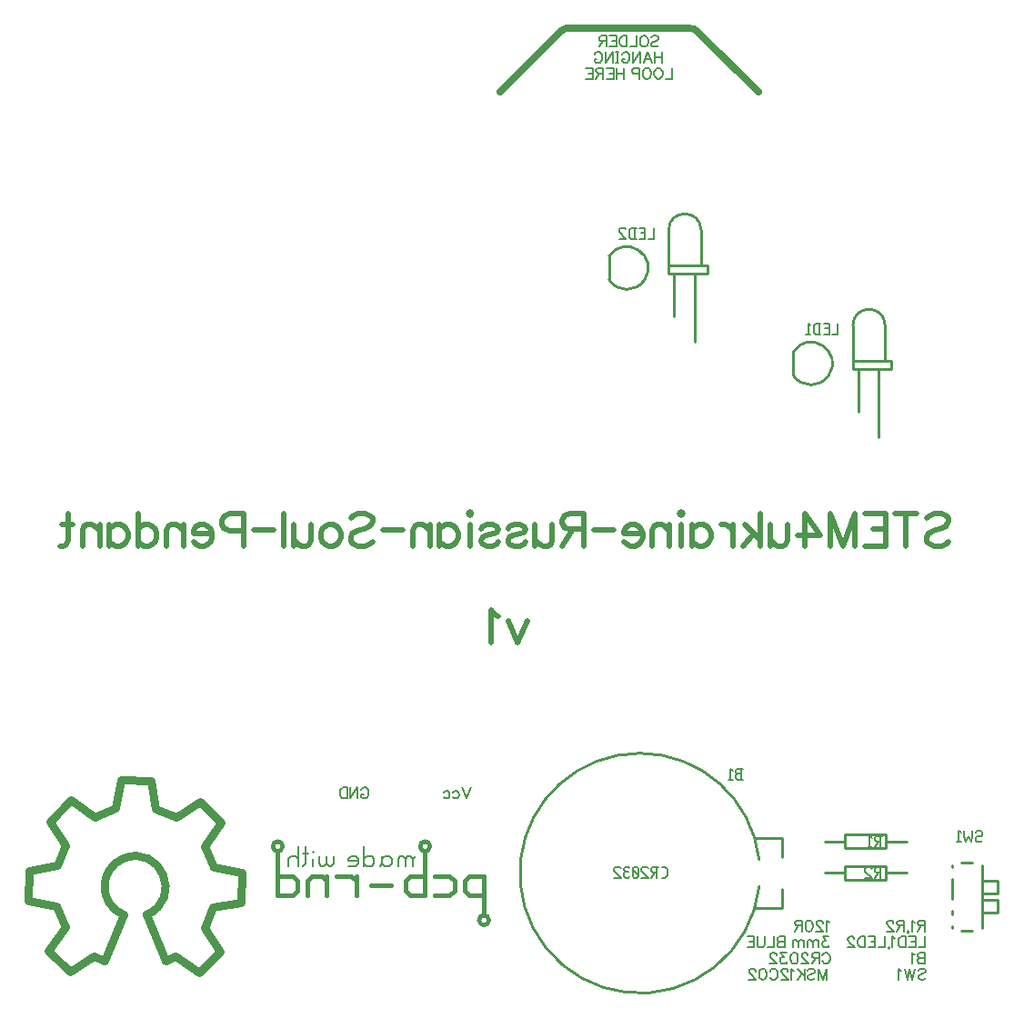
<source format=gbo>
G04 start of page 2 for group 10 layer_idx 5 *
G04 Title: (unknown), bottom_silk *
G04 Creator: pcb-rnd 3.1.5-dev *
G04 CreationDate: 2024-03-25 20:10:40 UTC *
G04 For: STEM4ukraine *
G04 Format: Gerber/RS-274X *
G04 PCB-Dimensions: 362205 393701 *
G04 PCB-Coordinate-Origin: lower left *
%MOIN*%
%FSLAX25Y25*%
%LNBOTTOM_SILK_NONE_10*%
%ADD33C,0.0090*%
%ADD32C,0.0072*%
%ADD31C,0.0070*%
%ADD30C,0.0200*%
%ADD29C,0.0180*%
%ADD28C,0.0300*%
%ADD27C,0.0100*%
%ADD26C,0.0276*%
G54D26*X275591Y330709D02*X253179Y353120D01*
X250256Y354331D02*X206437D01*
X203514Y353120D02*X181102Y330709D01*
G54D27*X220988Y270542D02*Y261860D01*
X257028Y267185D02*Y264035D01*
Y267185D02*X242854D01*
X288488Y235542D02*Y226860D01*
X284449Y57087D02*X274606D01*
X257028Y264035D02*X242854D01*
X252303D02*Y239232D01*
X244823Y264035D02*Y248681D01*
X324528Y232185D02*Y229035D01*
X310354D01*
X324528Y232185D02*X310354D01*
X319803Y229035D02*Y204232D01*
X312323Y229035D02*Y213681D01*
X330000Y55906D02*X322500D01*
X307500D02*X300000D01*
X322500Y58406D02*X307500D01*
X310354Y229035D02*Y245177D01*
X322165Y232185D02*Y245177D01*
X242854Y264035D02*Y280177D01*
X254665Y267185D02*Y280177D01*
X322500Y58406D02*Y53406D01*
Y46988D02*Y41988D01*
X307500Y53406D02*X322500D01*
X307500D02*Y58406D01*
X284449Y57087D02*Y50197D01*
X307500Y44488D02*X300000D01*
X307500Y41988D02*Y46988D01*
X284449Y31496D02*X274606D01*
X284449Y38386D02*Y31496D01*
X330000Y44488D02*X322500D01*
Y46988D02*X307500D01*
Y41988D02*X322500D01*
X357677Y47047D02*Y24213D01*
X363583Y41535D02*Y36811D01*
X357677D01*
X363583Y41535D02*X357677D01*
X363583Y34449D02*Y29724D01*
X357677D01*
X363583Y34449D02*X357677D01*
X346654Y24213D02*Y25000D01*
Y42323D02*Y34843D01*
Y30512D02*Y29331D01*
X350197Y48228D02*X354134D01*
X346654Y46654D02*Y47047D01*
G54D28*X32004Y14006D02*X23263Y8117D01*
X15577Y15938D01*
X21618Y24575D01*
X36019Y12270D02*X32004Y14006D01*
X78497Y15389D02*X70676Y7703D01*
X62040Y13744D01*
X58469Y12270D01*
G54D27*X354134Y23031D02*X350197D01*
G54D28*X42976Y29066D02*X36019Y12270D01*
X51512Y29066D02*X58469Y12270D01*
X72609Y24130D02*X78497Y15389D01*
X21618Y24575D02*X18532Y32211D01*
X75827Y31711D02*X72609Y24130D01*
X18532Y32211D02*X8188Y34228D01*
G54D29*X99543Y43307D02*X104943D01*
Y36107D02*X99543D01*
X106743Y37907D02*X104943Y36107D01*
X106743Y41507D02*X104943Y43307D01*
X106743Y41507D02*Y37907D01*
X110343Y41507D02*X112143Y43307D01*
X110343Y41507D02*Y36107D01*
X115743Y43307D02*X112143D01*
X126543D02*X121143D01*
X128343Y41507D02*X126543Y43307D01*
X128343D02*Y36107D01*
X140943Y39707D02*X133743D01*
X117543Y41507D02*X115743Y43307D01*
X117543D02*Y36107D01*
X146343Y37907D02*X148143Y36107D01*
Y43307D02*X146343Y41507D01*
X148143Y43307D02*X153543D01*
X146343Y37907D02*Y41507D01*
X164343D02*X162543Y43307D01*
X153543Y36107D02*X148143D01*
X162543D02*X157143D01*
X164343Y41507D02*Y37907D01*
X162543Y43307D02*X157143D01*
X169743D02*X167943Y41507D01*
X164343Y37907D02*X162543Y36107D01*
X167943Y41507D02*Y37907D01*
X169743Y36107D02*X167943Y37907D01*
X175143Y43307D02*Y28907D01*
X169743Y36107D02*X175143D01*
Y43307D02*X169743D01*
X153543Y52307D02*Y36107D01*
G54D28*X8188Y34228D02*X8283Y45193D01*
X18661Y47029D01*
X21880Y54611D01*
X15991Y63351D01*
X23812Y71037D01*
X32449Y64997D01*
X40085Y68082D01*
X42102Y78426D01*
X53067Y78331D01*
X54903Y67953D01*
X62485Y64734D01*
X71225Y70623D01*
X78911Y62802D01*
X72871Y54166D01*
X75956Y46529D01*
X86300Y44512D01*
X86205Y33547D01*
X75827Y31711D01*
G54D29*X99543Y36107D02*Y52307D01*
G54D26*X253179Y353120D02*G75*G03X250256Y354331I-2923J-2923D01*G01*
X206437D02*G75*G03X203514Y353120I0J-4134D01*G01*
G54D27*X220988Y270542D02*G75*G02X234012Y261860I6512J-4341D01*G01*
X234012Y261860D02*G75*G02X220988Y261860I-6512J4341D01*G01*
X288488Y235542D02*G75*G02X301512Y226860I6512J-4341D01*G01*
X301512Y226860D02*G75*G02X288488Y226860I-6512J4341D01*G01*
X275997Y39311D02*G75*G02X188570Y49272I-43713J4980D01*G01*
X188570Y49272D02*G75*G02X275997Y49272I43713J-4980D01*G01*
G54D28*X51512Y29066D02*G75*G03X42976Y49674I-4268J10304D01*G01*
X42976Y49674D02*G75*G03X42976Y29066I4268J-10304D01*G01*
G54D29*X101343Y54107D02*G75*G02X97743Y54107I-1800J0D01*G01*
G75*G02X101343Y54107I1800J0D01*G01*
X155343D02*G75*G02X151743Y54107I-1800J0D01*G01*
G75*G02X155343Y54107I1800J0D01*G01*
X176943Y27107D02*G75*G02X173343Y27107I-1800J0D01*G01*
G75*G02X176943Y27107I1800J0D01*G01*
G54D27*X322165Y245177D02*G75*G03X310354Y245177I-5906J0D01*G01*
X254665Y280177D02*G75*G03X242854Y280177I-5906J0D01*G01*
G54D30*X190945Y136702D02*X187519Y128704D01*
X184093Y136702D02*X187519Y128704D01*
X180493Y138418D02*X179353Y138988D01*
X177637Y140701D01*
Y128701D01*
G54D31*X236507Y350790D02*X236888Y351171D01*
X237459Y351362D01*
X238221D01*
X238793Y351171D01*
X239173Y350790D01*
Y350410D01*
X238984Y350028D01*
X238793Y349838D01*
X238411Y349648D01*
X237268Y349267D01*
X236888Y349076D01*
X236698Y348886D01*
X236507Y348505D01*
Y347933D01*
X236888Y347553D01*
X237459Y347362D01*
X238221D01*
X238793Y347553D01*
X239173Y347933D01*
X234165Y351362D02*X234545Y351171D01*
X234927Y350790D01*
X235117Y350410D01*
X235307Y349838D01*
Y348886D01*
X235117Y348313D01*
Y348314D02*X234927Y347933D01*
X234545Y347553D01*
X234165Y347362D01*
X233402D01*
X233022Y347553D01*
X232641Y347933D01*
X232450Y348314D01*
X232261Y348886D01*
Y349838D01*
X232450Y350410D01*
X232641Y350790D01*
X233022Y351171D01*
X233402Y351362D01*
X234165D01*
X231061D02*Y347362D01*
X228776D01*
X227576Y351362D02*Y347362D01*
Y351362D02*X226242D01*
X225671Y351171D01*
X225290Y350790D01*
X225100Y350410D01*
X224910Y349838D01*
Y348885D01*
X225100Y348314D01*
X225290Y347933D01*
X225671Y347553D01*
X226242Y347362D01*
X227576D01*
X223710Y351362D02*Y347362D01*
Y351362D02*X221234D01*
X223710Y349457D02*X222187D01*
X223710Y347362D02*X221234D01*
X220034Y351362D02*Y347362D01*
Y351362D02*X218320D01*
X217749Y351171D01*
X217558Y350981D01*
X217368Y350600D01*
Y350219D01*
X217558Y349838D01*
X217749Y349648D01*
X218320Y349457D01*
X220034D01*
X218701D02*X217368Y347362D01*
X240551Y345457D02*Y341457D01*
X237884D02*Y345457D01*
X240551Y343552D02*X237884D01*
X235160Y345457D02*X236684Y341457D01*
X235160Y345457D02*X233636Y341457D01*
X236112Y342790D02*X234207D01*
X232436Y345457D02*Y341457D01*
Y345457D02*X229770Y341457D01*
Y345457D02*Y341457D01*
X225713Y344505D02*X225904Y344885D01*
X226284Y345266D01*
X226665Y345457D01*
X227427D01*
X227808Y345266D01*
X228189Y344885D01*
X228379Y344505D01*
X228570Y343933D01*
Y342980D01*
X228379Y342409D01*
X228189Y342028D01*
X227808Y341648D01*
X227427Y341457D01*
X226665D01*
X226284Y341648D01*
X225904Y342028D01*
X225713Y342409D01*
Y342980D01*
X226665D02*X225713D01*
X224513Y345457D02*X223513D01*
X224013D02*Y341457D01*
X224513D02*X223513D01*
X222313Y345457D02*Y341457D01*
Y345457D02*X219647Y341457D01*
Y345457D02*Y341457D01*
X215590Y344505D02*X215781Y344885D01*
X216161Y345266D01*
X216542Y345457D01*
X217304D01*
X217685Y345266D01*
X218066Y344885D01*
X218256Y344505D01*
X218447Y343933D01*
Y342980D01*
X218256Y342409D01*
X218066Y342028D01*
X217685Y341648D01*
X217304Y341457D01*
X216542D01*
X216161Y341648D01*
X215781Y342028D01*
X215590Y342409D01*
Y342980D01*
X216542D02*X215590D01*
X244094Y339551D02*Y335551D01*
X241809D01*
X239467Y339551D02*X239847Y339360D01*
X240229Y338979D01*
X240419Y338599D01*
X240609Y338027D01*
Y337075D01*
X240419Y336502D01*
Y336503D02*X240229Y336122D01*
X239847Y335742D01*
X239467Y335551D01*
X238704D01*
X238324Y335742D01*
X237943Y336122D01*
X237752Y336503D01*
X237563Y337075D01*
Y338027D01*
X237752Y338599D01*
X237943Y338979D01*
X238324Y339360D01*
X238704Y339551D01*
X239467D01*
X235221D02*X235601Y339360D01*
X235983Y338979D01*
X236173Y338599D01*
X236363Y338027D01*
Y337075D01*
X236173Y336502D01*
Y336503D02*X235983Y336122D01*
X235601Y335742D01*
X235221Y335551D01*
X234458D01*
X234078Y335742D01*
X233697Y336122D01*
X233506Y336503D01*
X233317Y337075D01*
Y338027D01*
X233506Y338599D01*
X233697Y338979D01*
X234078Y339360D01*
X234458Y339551D01*
X235221D01*
X232117D02*Y335551D01*
Y339551D02*X230403D01*
X229832Y339360D01*
X229641Y339170D01*
X229451Y338789D01*
Y338217D01*
X229641Y337837D01*
X229832Y337646D01*
X230403Y337456D01*
X232117D01*
X226451Y339551D02*Y335551D01*
X223784D02*Y339551D01*
X226451Y337646D02*X223784D01*
X222584Y339551D02*Y335551D01*
Y339551D02*X220108D01*
X222584Y337646D02*X221061D01*
X222584Y335551D02*X220108D01*
X218908Y339551D02*Y335551D01*
Y339551D02*X217194D01*
X216623Y339360D01*
X216432Y339170D01*
X216242Y338789D01*
Y338408D01*
X216432Y338027D01*
X216623Y337837D01*
X217194Y337646D01*
X218908D01*
X217575D02*X216242Y335551D01*
X215042Y339551D02*Y335551D01*
Y339551D02*X212566D01*
X215042Y337646D02*X213519D01*
X215042Y335551D02*X212566D01*
X237343Y280949D02*Y276949D01*
X235343D01*
X234143Y279149D02*X232643D01*
X234143Y276949D02*X232143D01*
X234143Y280949D02*Y276949D01*
Y280949D02*X232143D01*
X230443D02*Y276949D01*
X229143Y280949D02*X228443Y280249D01*
Y277649D01*
X229143Y276949D02*X228443Y277649D01*
X230943Y276949D02*X229143D01*
X230943Y280949D02*X229143D01*
X227243Y280449D02*X226743Y280949D01*
X225243D01*
X224743Y280449D01*
Y279449D01*
X227243Y276949D02*X224743Y279449D01*
X227243Y276949D02*X224743D01*
X304843Y245949D02*Y241949D01*
X302843D01*
X301643Y244149D02*X300143D01*
X301643Y241949D02*X299643D01*
X301643Y245949D02*Y241949D01*
Y245949D02*X299643D01*
X297943D02*Y241949D01*
X296643Y245949D02*X295943Y245249D01*
Y242649D01*
X296643Y241949D02*X295943Y242649D01*
X298443Y241949D02*X296643D01*
X298443Y245949D02*X296643D01*
X294743Y245149D02*X293943Y245949D01*
Y241949D01*
X294743D02*X293243D01*
X336811Y15142D02*Y11142D01*
Y15142D02*X335097D01*
X334526Y14951D01*
X334335Y14761D01*
X334145Y14379D01*
Y13999D01*
X334335Y13618D01*
X334526Y13427D01*
X335097Y13237D01*
X336811D02*X335097D01*
X334526Y13047D01*
X334335Y12856D01*
X334145Y12475D01*
Y11904D01*
X334335Y11522D01*
X334526Y11333D01*
X335097Y11142D01*
X336811D01*
X332945Y14381D02*X332565Y14571D01*
X331993Y15142D01*
Y11142D01*
X299136Y14190D02*X299327Y14570D01*
X299708Y14951D01*
X300088Y15142D01*
X300851D01*
X301231Y14951D01*
X301613Y14570D01*
X301803Y14190D01*
X301993Y13618D01*
Y12665D01*
X301803Y12094D01*
X301613Y11713D01*
X301231Y11333D01*
X300851Y11142D01*
X300088D01*
X299708Y11333D01*
X299327Y11713D01*
X299136Y12094D01*
X297936Y15142D02*Y11142D01*
Y15142D02*X296222D01*
X295651Y14951D01*
X295460Y14761D01*
X295270Y14380D01*
Y13999D01*
X295460Y13618D01*
X295651Y13428D01*
X296222Y13237D01*
X297936D01*
X296603D02*X295270Y11142D01*
X293880Y14190D02*Y14381D01*
X293689Y14761D01*
X293500Y14952D01*
X293118Y15142D01*
X292357D01*
X291975Y14952D01*
X291785Y14761D01*
X291595Y14381D01*
Y13999D01*
X291785Y13618D01*
X292166Y13047D01*
X294070Y11142D01*
X291404D01*
X289061Y15142D02*X289632Y14952D01*
X290014Y14381D01*
X290204Y13429D01*
Y12857D01*
X290014Y11904D01*
X289632Y11333D01*
X289061Y11142D01*
X288680D01*
X288109Y11333D01*
X287728Y11904D01*
X287537Y12857D01*
Y13429D01*
X287728Y14381D01*
X288109Y14952D01*
X288680Y15142D01*
X289061D01*
X285957D02*X283862D01*
X285005Y13618D01*
X284433D01*
X284053Y13429D01*
X283862Y13238D01*
X283671Y12666D01*
Y12286D01*
X283862Y11714D01*
X284242Y11333D01*
X284814Y11142D01*
X285385D01*
X285957Y11333D01*
X286147Y11524D01*
X286337Y11904D01*
X282281Y14190D02*Y14381D01*
X282090Y14761D01*
X281901Y14952D01*
X281519Y15142D01*
X280758D01*
X280376Y14952D01*
X280186Y14761D01*
X279996Y14381D01*
Y13999D01*
X280186Y13618D01*
X280567Y13047D01*
X282471Y11142D01*
X279805D01*
X334342Y8664D02*X334723Y9045D01*
X335294Y9236D01*
X336056D01*
X336628Y9045D01*
X337008Y8664D01*
Y8284D01*
X336819Y7902D01*
X336628Y7712D01*
X336246Y7522D01*
X335103Y7141D01*
X334723Y6950D01*
X334533Y6760D01*
X334342Y6379D01*
Y5807D01*
X334723Y5427D01*
X335294Y5236D01*
X336056D01*
X336628Y5427D01*
X337008Y5807D01*
X333142Y9236D02*X332190Y5236D01*
X331237Y9236D02*X332190Y5236D01*
X331237Y9236D02*X330285Y5236D01*
X329333Y9236D02*X330285Y5236D01*
X328133Y8475D02*X327753Y8665D01*
X327181Y9236D01*
Y5236D01*
X300781Y9236D02*Y5236D01*
Y9236D02*X299258Y5236D01*
X297733Y9236D02*X299258Y5236D01*
X297733Y9236D02*Y5236D01*
X293867Y8664D02*X294248Y9045D01*
X294819Y9236D01*
X295581D01*
X296153Y9045D01*
X296533Y8664D01*
Y8284D01*
X296344Y7902D01*
X296153Y7712D01*
X295771Y7522D01*
X294628Y7141D01*
X294248Y6950D01*
X294058Y6760D01*
X293867Y6379D01*
Y5807D01*
X294248Y5427D01*
X294819Y5236D01*
X295581D01*
X296153Y5427D01*
X296533Y5807D01*
X292667Y9236D02*Y5236D01*
X290001Y9236D02*X292667Y6569D01*
X291715Y7521D02*X290001Y5236D01*
X288801Y8475D02*X288421Y8665D01*
X287849Y9236D01*
Y5236D01*
X286459Y8284D02*Y8475D01*
X286268Y8855D01*
X286079Y9046D01*
X285697Y9236D01*
X284936D01*
X284554Y9046D01*
X284364Y8855D01*
X284174Y8475D01*
Y8093D01*
X284364Y7712D01*
X284745Y7141D01*
X286649Y5236D01*
X283983D01*
X279926Y8284D02*X280117Y8664D01*
X280498Y9045D01*
X280878Y9236D01*
X281641D01*
X282021Y9045D01*
X282403Y8664D01*
X282593Y8284D01*
X282783Y7712D01*
Y6759D01*
X282593Y6188D01*
X282403Y5807D01*
X282021Y5427D01*
X281641Y5236D01*
X280878D01*
X280498Y5427D01*
X280117Y5807D01*
X279926Y6188D01*
X277583Y9236D02*X278154Y9046D01*
X278536Y8475D01*
X278726Y7523D01*
Y6951D01*
X278536Y5998D01*
X278154Y5427D01*
X277583Y5236D01*
X277202D01*
X276631Y5427D01*
X276250Y5998D01*
X276059Y6951D01*
Y7523D01*
X276250Y8475D01*
X276631Y9046D01*
X277202Y9236D01*
X277583D01*
X274669Y8284D02*Y8475D01*
X274478Y8855D01*
X274289Y9046D01*
X273907Y9236D01*
X273146D01*
X272764Y9046D01*
X272574Y8855D01*
X272384Y8475D01*
Y8093D01*
X272574Y7712D01*
X272955Y7141D01*
X274859Y5236D01*
X272193D01*
X336811Y21047D02*Y17047D01*
X334526D01*
X333326Y21047D02*Y17047D01*
Y21047D02*X330850D01*
X333326Y19142D02*X331803D01*
X333326Y17047D02*X330850D01*
X329650Y21047D02*Y17047D01*
Y21047D02*X328316D01*
X327745Y20856D01*
X327364Y20475D01*
X327174Y20095D01*
X326984Y19523D01*
Y18570D01*
X327174Y17999D01*
X327364Y17618D01*
X327745Y17238D01*
X328316Y17047D01*
X329650D01*
X325784Y20286D02*X325404Y20476D01*
X324832Y21047D01*
Y17047D01*
X323251Y17156D02*X323441Y16967D01*
X323632Y17156D01*
X323441Y17347D01*
X323251Y17156D01*
Y16776D01*
X323632Y16395D01*
X322051Y21047D02*Y17047D01*
X319766D01*
X318566Y21047D02*Y17047D01*
Y21047D02*X316090D01*
X318566Y19142D02*X317043D01*
X318566Y17047D02*X316090D01*
X314890Y21047D02*Y17047D01*
Y21047D02*X313556D01*
X312985Y20856D01*
X312604Y20475D01*
X312414Y20095D01*
X312224Y19523D01*
Y18570D01*
X312414Y17999D01*
X312604Y17618D01*
X312985Y17238D01*
X313556Y17047D01*
X314890D01*
X310834Y20095D02*Y20286D01*
X310643Y20666D01*
X310454Y20857D01*
X310072Y21047D01*
X309311D01*
X308929Y20857D01*
X308739Y20666D01*
X308549Y20286D01*
Y19904D01*
X308739Y19523D01*
X309120Y18952D01*
X311024Y17047D01*
X308358D01*
X301378Y21047D02*X299283D01*
X300426Y19523D01*
X299854D01*
X299474Y19334D01*
X299283Y19143D01*
X299092Y18571D01*
Y18191D01*
X299283Y17619D01*
X299663Y17238D01*
X300235Y17047D01*
X300806D01*
X301378Y17238D01*
X301568Y17429D01*
X301758Y17809D01*
X297892Y19714D02*Y17048D01*
Y18953D02*X297322Y19525D01*
X296940Y19714D01*
X296369D01*
X295988Y19525D01*
X295798Y18953D01*
Y17048D01*
Y18953D02*X295226Y19525D01*
X294846Y19714D01*
X294274D01*
X293894Y19525D01*
X293703Y18953D01*
Y17048D01*
X292503Y19714D02*Y17048D01*
Y18953D02*X291933Y19525D01*
X291551Y19714D01*
X290980D01*
X290599Y19525D01*
X290409Y18953D01*
Y17048D01*
Y18953D02*X289837Y19525D01*
X289457Y19714D01*
X288885D01*
X288505Y19525D01*
X288314Y18953D01*
Y17048D01*
X285314Y21047D02*Y17047D01*
Y21047D02*X283600D01*
X283029Y20856D01*
X282838Y20666D01*
X282648Y20284D01*
Y19904D01*
X282838Y19523D01*
X283029Y19332D01*
X283600Y19142D01*
X285314D02*X283600D01*
X283029Y18952D01*
X282838Y18761D01*
X282648Y18380D01*
Y17809D01*
X282838Y17427D01*
X283029Y17238D01*
X283600Y17047D01*
X285314D01*
X281448Y21047D02*Y17047D01*
X279163D01*
X277963Y21047D02*Y18190D01*
X277772Y17618D01*
X277392Y17238D01*
X276820Y17047D01*
X276440D01*
X275868Y17238D01*
X275487Y17618D01*
X275297Y18190D01*
Y21047D01*
X274097D02*Y17047D01*
Y21047D02*X271621D01*
X274097Y19142D02*X272574D01*
X274097Y17047D02*X271621D01*
X336811Y26953D02*Y22953D01*
Y26953D02*X335097D01*
X334526Y26762D01*
X334335Y26572D01*
X334145Y26191D01*
Y25810D01*
X334335Y25429D01*
X334526Y25239D01*
X335097Y25048D01*
X336811D01*
X335478D02*X334145Y22953D01*
X332945Y26192D02*X332565Y26382D01*
X331993Y26953D01*
Y22953D01*
X330412Y23062D02*X330602Y22873D01*
X330793Y23062D01*
X330602Y23253D01*
X330412Y23062D01*
Y22682D01*
X330793Y22301D01*
X329212Y26953D02*Y22953D01*
Y26953D02*X327498D01*
X326927Y26762D01*
X326736Y26572D01*
X326546Y26191D01*
Y25810D01*
X326736Y25429D01*
X326927Y25239D01*
X327498Y25048D01*
X329212D01*
X327879D02*X326546Y22953D01*
X325156Y26001D02*Y26192D01*
X324965Y26572D01*
X324776Y26763D01*
X324394Y26953D01*
X323633D01*
X323251Y26763D01*
X323061Y26572D01*
X322871Y26192D01*
Y25810D01*
X323061Y25429D01*
X323442Y24858D01*
X325346Y22953D01*
X322680D01*
X301680Y26192D02*X301300Y26382D01*
X300728Y26953D01*
Y22953D01*
X299338Y26001D02*Y26192D01*
X299147Y26572D01*
X298958Y26763D01*
X298576Y26953D01*
X297815D01*
X297433Y26763D01*
X297243Y26572D01*
X297053Y26192D01*
Y25810D01*
X297243Y25429D01*
X297624Y24858D01*
X299528Y22953D01*
X296862D01*
X294519Y26953D02*X295090Y26763D01*
X295472Y26192D01*
X295662Y25240D01*
Y24668D01*
X295472Y23715D01*
X295090Y23144D01*
X294519Y22953D01*
X294138D01*
X293567Y23144D01*
X293186Y23715D01*
X292995Y24668D01*
Y25240D01*
X293186Y26192D01*
X293567Y26763D01*
X294138Y26953D01*
X294519D01*
X291795D02*Y22953D01*
Y26953D02*X290081D01*
X289510Y26762D01*
X289319Y26572D01*
X289129Y26191D01*
Y25810D01*
X289319Y25429D01*
X289510Y25239D01*
X290081Y25048D01*
X291795D01*
X290462D02*X289129Y22953D01*
X241573Y42667D02*X240273D01*
X242273Y43367D02*X241573Y42667D01*
X242273Y45967D02*Y43367D01*
Y45967D02*X241573Y46667D01*
X240273D01*
X239073D02*X237073D01*
X236573Y46167D01*
Y45167D01*
X237073Y44667D02*X236573Y45167D01*
X238573Y44667D02*X237073D01*
X238573Y46667D02*Y42667D01*
X237773Y44667D02*X236573Y42667D01*
X235373Y46167D02*X234873Y46667D01*
X233373D01*
X232873Y46167D01*
Y45167D01*
X235373Y42667D02*X232873Y45167D01*
X235373Y42667D02*X232873D01*
X231673Y43167D02*X231173Y42667D01*
X231673Y46167D02*Y43167D01*
Y46167D02*X231173Y46667D01*
X230173D01*
X229673Y46167D01*
Y43167D01*
X230173Y42667D02*X229673Y43167D01*
X231173Y42667D02*X230173D01*
X231673Y43667D02*X229673Y45667D01*
X228473Y46167D02*X227973Y46667D01*
X226973D01*
X226473Y46167D01*
X226973Y42667D02*X226473Y43167D01*
X227973Y42667D02*X226973D01*
X228473Y43167D02*X227973Y42667D01*
Y44867D02*X226973D01*
X226473Y46167D02*Y45367D01*
Y44367D02*Y43167D01*
Y44367D02*X226973Y44867D01*
X226473Y45367D02*X226973Y44867D01*
X225273Y46167D02*X224773Y46667D01*
X223273D01*
X222773Y46167D01*
Y45167D01*
X225273Y42667D02*X222773Y45167D01*
X225273Y42667D02*X222773D01*
X321000Y57890D02*X319000D01*
X318500Y57390D01*
Y56390D01*
X319000Y55890D02*X318500Y56390D01*
X320500Y55890D02*X319000D01*
X320500Y57890D02*Y53890D01*
X319700Y55890D02*X318500Y53890D01*
X317300Y57090D02*X316500Y57890D01*
Y53890D01*
X317300D02*X315800D01*
X355874Y59827D02*X355374Y59327D01*
X357374Y59827D02*X355874D01*
X357874Y59327D02*X357374Y59827D01*
X357874Y59327D02*Y58327D01*
X357374Y57827D01*
X355874D01*
X355374Y57327D01*
Y56327D01*
X355874Y55827D02*X355374Y56327D01*
X357374Y55827D02*X355874D01*
X357874Y56327D02*X357374Y55827D01*
X354174Y59827D02*Y57827D01*
X353674Y55827D01*
X352674Y57827D01*
X351674Y55827D01*
X351174Y57827D01*
Y59827D01*
X349974Y59027D02*X349174Y59827D01*
Y55827D01*
X349974D02*X348474D01*
X321000Y46472D02*X319000D01*
X318500Y45972D01*
Y44972D01*
X319000Y44472D02*X318500Y44972D01*
X320500Y44472D02*X319000D01*
X320500Y46472D02*Y42472D01*
X319700Y44472D02*X318500Y42472D01*
X317300Y45972D02*X316800Y46472D01*
X315300D01*
X314800Y45972D01*
Y44972D01*
X317300Y42472D02*X314800Y44972D01*
X317300Y42472D02*X314800D01*
X170276Y75772D02*X168753Y71772D01*
X167228Y75772D02*X168753Y71772D01*
X163742Y73869D02*X164124Y74250D01*
X164504Y74439D01*
X165076D01*
X165456Y74250D01*
X165838Y73869D01*
X166028Y73298D01*
Y72916D01*
X165838Y72345D01*
X165456Y71964D01*
X165076Y71773D01*
X164504D01*
X164124Y71964D01*
X163742Y72345D01*
X160256Y73869D02*X160638Y74250D01*
X161018Y74439D01*
X161590D01*
X161970Y74250D01*
X162352Y73869D01*
X162542Y73298D01*
Y72916D01*
X162352Y72345D01*
X161970Y71964D01*
X161590Y71773D01*
X161018D01*
X160638Y71964D01*
X160256Y72345D01*
G54D30*X337474Y174418D02*X338617Y175561D01*
X340330Y176134D01*
X342616D01*
X344332Y175561D01*
X345472Y174418D01*
Y173278D01*
X344905Y172132D01*
X344332Y171562D01*
X343186Y170992D01*
X339757Y169849D01*
X338617Y169276D01*
X338047Y168706D01*
X337474Y167563D01*
Y165847D01*
X338617Y164707D01*
X340330Y164134D01*
X342616D01*
X344332Y164707D01*
X345472Y165847D01*
X329875Y176134D02*Y164134D01*
X333874Y176134D02*X325876D01*
X322276D02*Y164134D01*
Y176134D02*X314848D01*
X322276Y170419D02*X317707D01*
X322276Y164134D02*X314848D01*
X311248Y176134D02*Y164134D01*
Y176134D02*X306679Y164134D01*
X302104Y176134D02*X306679Y164134D01*
X302104Y176134D02*Y164134D01*
X292792Y176134D02*X298504Y168136D01*
X289936D01*
X292792Y176134D02*Y164134D01*
X286336Y172135D02*Y166423D01*
X285766Y164710D01*
X284620Y164137D01*
X282907D01*
X281764Y164710D01*
X280051Y166423D01*
Y172135D02*Y164137D01*
X276451Y176134D02*Y164134D01*
X270739Y172135D02*X276451Y166420D01*
X274168Y168709D02*X270166Y164134D01*
X266566Y172135D02*Y164137D01*
Y168706D02*X265996Y170425D01*
X264850Y171565D01*
X263710Y172135D01*
X261994D01*
X251536D02*Y164137D01*
Y170425D02*X252682Y171568D01*
X253822Y172135D01*
X255538D01*
X256678Y171568D01*
X257824Y170425D01*
X258394Y168712D01*
Y167566D01*
X257824Y165853D01*
X256678Y164710D01*
X255538Y164137D01*
X253822D01*
X252682Y164710D01*
X251536Y165853D01*
X247366Y172162D02*Y164164D01*
X247936Y176164D02*X247366Y175591D01*
X246793Y176164D01*
X247366Y176734D01*
X247936Y176164D01*
X243193Y172135D02*Y164137D01*
Y169852D02*X241477Y171568D01*
X240337Y172135D01*
X238621D01*
X237481Y171568D01*
X236908Y169852D01*
Y164137D01*
X233308Y168712D02*X226456D01*
Y169852D01*
X227026Y170995D01*
X227596Y171568D01*
X228739Y172135D01*
X230452D01*
X231598Y171568D01*
X232741Y170425D01*
X233308Y168712D01*
Y167566D01*
X232741Y165853D01*
X231598Y164710D01*
X230452Y164137D01*
X228739D01*
X227596Y164710D01*
X226456Y165853D01*
X222856Y170134D02*X215356D01*
X211756Y176134D02*Y164134D01*
Y176134D02*X206614D01*
X204901Y175561D01*
X204328Y174991D01*
X203758Y173848D01*
Y172705D01*
X204328Y171562D01*
X204901Y170992D01*
X206614Y170419D01*
X211756D01*
X207757D02*X203758Y164134D01*
X200158Y172135D02*Y166423D01*
X199588Y164710D01*
X198442Y164137D01*
X196729D01*
X195586Y164710D01*
X193873Y166423D01*
Y172135D02*Y164137D01*
X183991Y170425D02*X184561Y171565D01*
X186277Y172135D01*
X187990D01*
X189706Y171565D01*
X190273Y170425D01*
X189706Y169279D01*
X188563Y168706D01*
X185704Y168136D01*
X184561Y167566D01*
X183991Y166423D01*
Y165850D01*
X184561Y164710D01*
X186277Y164137D01*
X187990D01*
X189706Y164710D01*
X190273Y165850D01*
X174109Y170425D02*X174679Y171565D01*
X176395Y172135D01*
X178108D01*
X179824Y171565D01*
X180391Y170425D01*
X179824Y169279D01*
X178681Y168706D01*
X175822Y168136D01*
X174679Y167566D01*
X174109Y166423D01*
Y165850D01*
X174679Y164710D01*
X176395Y164137D01*
X178108D01*
X179824Y164710D01*
X180391Y165850D01*
X169939Y172162D02*Y164164D01*
X170509Y176164D02*X169939Y175591D01*
X169366Y176164D01*
X169939Y176734D01*
X170509Y176164D01*
X158908Y172135D02*Y164137D01*
Y170425D02*X160054Y171568D01*
X161194Y172135D01*
X162910D01*
X164050Y171568D01*
X165196Y170425D01*
X165766Y168712D01*
Y167566D01*
X165196Y165853D01*
X164050Y164710D01*
X162910Y164137D01*
X161194D01*
X160054Y164710D01*
X158908Y165853D01*
X155308Y172135D02*Y164137D01*
Y169852D02*X153592Y171568D01*
X152452Y172135D01*
X150736D01*
X149596Y171568D01*
X149023Y169852D01*
Y164137D01*
X145423Y170134D02*X137923D01*
X126325Y174418D02*X127468Y175561D01*
X129181Y176134D01*
X131467D01*
X133183Y175561D01*
X134323Y174418D01*
Y173278D01*
X133756Y172132D01*
X133183Y171562D01*
X132037Y170992D01*
X128608Y169849D01*
X127468Y169276D01*
X126898Y168706D01*
X126325Y167563D01*
Y165847D01*
X127468Y164707D01*
X129181Y164134D01*
X131467D01*
X133183Y164707D01*
X134323Y165847D01*
X119869Y172135D02*X121015Y171568D01*
X122158Y170425D01*
X122725Y168712D01*
Y167566D01*
X122158Y165853D01*
X121015Y164710D01*
X119869Y164137D01*
X118156D01*
X117013Y164710D01*
X115873Y165853D01*
X115300Y167566D01*
Y168712D01*
X115873Y170425D01*
X117013Y171568D01*
X118156Y172135D01*
X119869D01*
X111700D02*Y166423D01*
X111130Y164710D01*
X109984Y164137D01*
X108271D01*
X107128Y164710D01*
X105415Y166423D01*
Y172135D02*Y164137D01*
X101815Y176134D02*Y164134D01*
X98215Y170134D02*X90715D01*
X87115Y176134D02*Y164134D01*
Y176134D02*X81973D01*
X80260Y175561D01*
X79687Y174991D01*
X79117Y173848D01*
Y172132D01*
X79687Y170992D01*
X80260Y170419D01*
X81973Y169849D01*
X87115D01*
X75517Y168712D02*X68665D01*
Y169852D01*
X69235Y170995D01*
X69805Y171568D01*
X70948Y172135D01*
X72661D01*
X73807Y171568D01*
X74950Y170425D01*
X75517Y168712D01*
Y167566D01*
X74950Y165853D01*
X73807Y164710D01*
X72661Y164137D01*
X70948D01*
X69805Y164710D01*
X68665Y165853D01*
X65065Y172135D02*Y164137D01*
Y169852D02*X63349Y171568D01*
X62209Y172135D01*
X60493D01*
X59353Y171568D01*
X58780Y169852D01*
Y164137D01*
X48328Y176134D02*Y164134D01*
Y170422D02*X49468Y171565D01*
X50611Y172135D01*
X52324D01*
X53470Y171565D01*
X54613Y170422D01*
X55180Y168709D01*
Y167566D01*
X54613Y165853D01*
X53470Y164707D01*
X52324Y164134D01*
X50611D01*
X49468Y164707D01*
X48328Y165853D01*
X37870Y172135D02*Y164137D01*
Y170425D02*X39016Y171568D01*
X40156Y172135D01*
X41872D01*
X43012Y171568D01*
X44158Y170425D01*
X44728Y168712D01*
Y167566D01*
X44158Y165853D01*
X43012Y164710D01*
X41872Y164137D01*
X40156D01*
X39016Y164710D01*
X37870Y165853D01*
X34270Y172135D02*Y164137D01*
Y169852D02*X32554Y171568D01*
X31414Y172135D01*
X29698D01*
X28558Y171568D01*
X27985Y169852D01*
Y164137D01*
X22669Y176134D02*Y166420D01*
X22102Y164707D01*
X20956Y164134D01*
X19813D01*
X24385Y172135D02*X20386D01*
G54D31*X270001Y78582D02*X268001D01*
X267501Y79082D01*
Y80282D02*Y79082D01*
X268001Y80782D02*X267501Y80282D01*
X269501Y80782D02*X268001D01*
X269501Y82582D02*Y78582D01*
X270001Y82582D02*X268001D01*
X267501Y82082D01*
Y81282D01*
X268001Y80782D02*X267501Y81282D01*
X266301Y81782D02*X265501Y82582D01*
Y78582D01*
X266301D02*X264801D01*
X130017Y74820D02*X130208Y75200D01*
X130588Y75581D01*
X130969Y75772D01*
X131731D01*
X132112Y75581D01*
X132493Y75200D01*
X132683Y74820D01*
X132874Y74248D01*
Y73295D01*
X132683Y72724D01*
X132493Y72343D01*
X132112Y71963D01*
X131731Y71772D01*
X130969D01*
X130588Y71963D01*
X130208Y72343D01*
X130017Y72724D01*
Y73295D01*
X130969D02*X130017D01*
X128817Y75772D02*Y71772D01*
Y75772D02*X126151Y71772D01*
Y75772D02*Y71772D01*
X124951Y75772D02*Y71772D01*
Y75772D02*X123617D01*
X123046Y75581D01*
X122665Y75200D01*
X122475Y74820D01*
X122285Y74248D01*
Y73295D01*
X122475Y72724D01*
X122665Y72343D01*
X123046Y71963D01*
X123617Y71772D01*
X124951D01*
G54D32*X149043Y49607D02*Y46907D01*
Y49607D02*X148143Y50507D01*
X147243D01*
X146343Y49607D01*
Y46907D01*
Y49607D02*X145443Y50507D01*
X144543D01*
X143643Y49607D01*
Y46907D01*
X149943Y50507D02*X149043Y49607D01*
X138783Y50507D02*X137883Y49607D01*
X140583Y50507D02*X138783D01*
X141483Y49607D02*X140583Y50507D01*
X141483Y49607D02*Y47807D01*
X140583Y46907D01*
X137883Y50507D02*Y47807D01*
X136983Y46907D01*
X140583D02*X138783D01*
X137883Y47807D01*
X131223Y54107D02*Y46907D01*
X132123D02*X131223Y47807D01*
X133923Y46907D02*X132123D01*
X134823Y47807D02*X133923Y46907D01*
X134823Y49607D02*Y47807D01*
Y49607D02*X133923Y50507D01*
X132123D01*
X131223Y49607D01*
X128163Y46907D02*X125463D01*
X129063Y47807D02*X128163Y46907D01*
X129063Y49607D02*Y47807D01*
Y49607D02*X128163Y50507D01*
X126363D01*
X125463Y49607D01*
X129063Y48707D02*X125463D01*
Y49607D01*
X120063Y50507D02*Y47807D01*
X119163Y46907D01*
X118263D01*
X117363Y47807D01*
Y50507D02*Y47807D01*
X116463Y46907D01*
X115563D01*
X114663Y47807D01*
Y50507D02*Y47807D01*
G54D33*X112503Y52307D02*Y52127D01*
G54D32*Y49607D02*Y46907D01*
X109803Y54107D02*Y47807D01*
X108903Y46907D01*
X110703Y51407D02*X108903D01*
X107103Y54107D02*Y46907D01*
Y49607D02*X106203Y50507D01*
X104403D01*
X103503Y49607D01*
Y46907D01*
M02*

</source>
